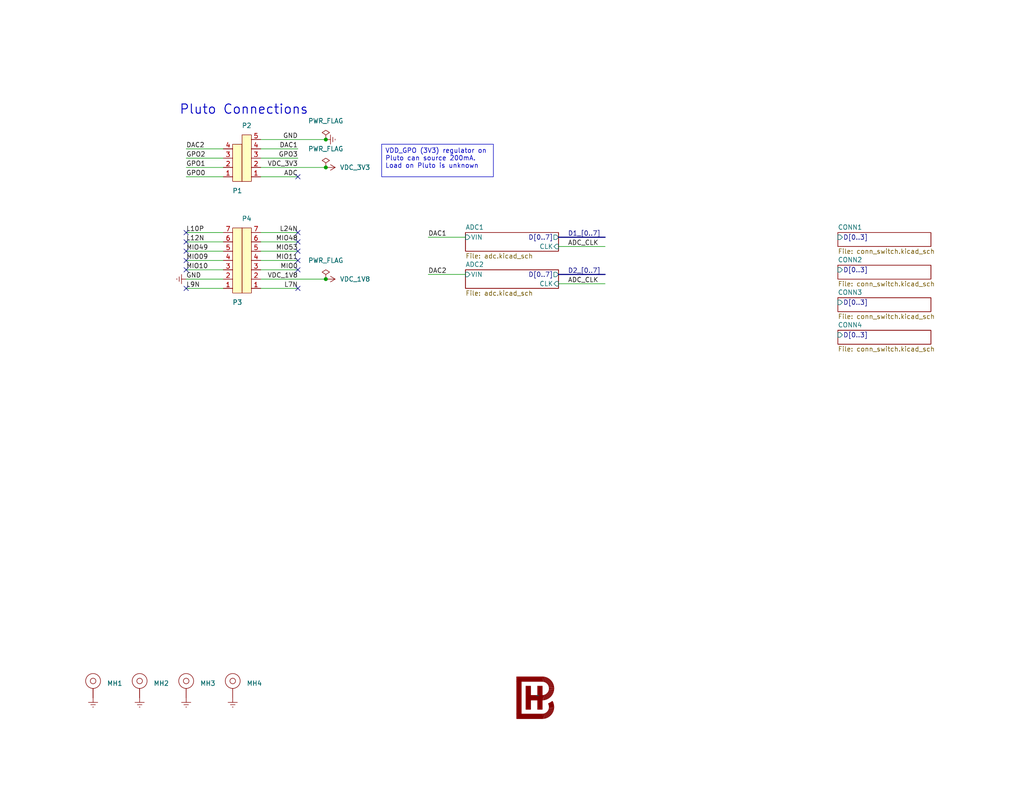
<source format=kicad_sch>
(kicad_sch (version 20231120) (generator "eeschema") (generator_version "8.0")
  (paper "A")
  (title_block (title "${PROJECT_NAME}") (rev "${PCB_REVISION}") (company "BRENDANHAINES.COM"))
  (lib_symbols
    (symbol "bh:GND" (power) (pin_names (offset 0))
      (symbol "GND_0_1"
        (polyline (pts (xy -0.635 -1.905) (xy 0.635 -1.905)))
        (polyline (pts (xy -0.127 -2.54) (xy 0.127 -2.54)))
        (polyline (pts (xy 0 -1.27) (xy 0 0)))
        (polyline (pts (xy 1.27 -1.27) (xy -1.27 -1.27)))
      )
      (symbol "GND_1_1"
        (pin power_in line (at 0 0 90) (length 0) hide (name "GND") (number "1"))
      )
    )
    (symbol "bh:Header_1_4" (pin_names (offset 1.016) hide)
      (property "Reference" "P" (at 0 0 0))
      (property "Value" "Header_1_4" (at 0 0 0))
      (symbol "Header_1_4_0_1"
        (rectangle (start 0 0) (end 2.54 -10.16) (fill (type background)))
      )
      (symbol "Header_1_4_1_1"
        (pin passive line (at -2.54 -1.27 0) (length 2.54) (name "~") (number "1"))
        (pin passive line (at -2.54 -3.81 0) (length 2.54) (name "~") (number "2"))
        (pin passive line (at -2.54 -6.35 0) (length 2.54) (name "~") (number "3"))
        (pin passive line (at -2.54 -8.89 0) (length 2.54) (name "~") (number "4"))
      )
    )
    (symbol "bh:Header_1_5" (pin_names (offset 1.016) hide)
      (property "Reference" "P" (at 0 0 0))
      (property "Value" "Header_1_5" (at 0 0 0))
      (symbol "Header_1_5_0_1"
        (rectangle (start 0 0) (end 2.54 -12.7) (fill (type background)))
      )
      (symbol "Header_1_5_1_1"
        (pin passive line (at -2.54 -1.27 0) (length 2.54) (name "~") (number "1"))
        (pin passive line (at -2.54 -3.81 0) (length 2.54) (name "~") (number "2"))
        (pin passive line (at -2.54 -6.35 0) (length 2.54) (name "~") (number "3"))
        (pin passive line (at -2.54 -8.89 0) (length 2.54) (name "~") (number "4"))
        (pin passive line (at -2.54 -11.43 0) (length 2.54) (name "~") (number "5"))
      )
    )
    (symbol "bh:Header_1_7" (pin_names (offset 1.016) hide)
      (property "Reference" "P" (at 0 0 0))
      (property "Value" "Header_1_7" (at 0 0 0))
      (symbol "Header_1_7_0_1"
        (rectangle (start 0 0) (end 2.54 -17.78) (fill (type background)))
      )
      (symbol "Header_1_7_1_1"
        (pin passive line (at -2.54 -1.27 0) (length 2.54) (name "~") (number "1"))
        (pin passive line (at -2.54 -3.81 0) (length 2.54) (name "~") (number "2"))
        (pin passive line (at -2.54 -6.35 0) (length 2.54) (name "~") (number "3"))
        (pin passive line (at -2.54 -8.89 0) (length 2.54) (name "~") (number "4"))
        (pin passive line (at -2.54 -11.43 0) (length 2.54) (name "~") (number "5"))
        (pin passive line (at -2.54 -13.97 0) (length 2.54) (name "~") (number "6"))
        (pin passive line (at -2.54 -16.51 0) (length 2.54) (name "~") (number "7"))
      )
    )
    (symbol "bh:LOGO_BH" (in_bom no)
      (symbol "LOGO_BH_0_1"
        (rectangle (start -5.08 -4.445) (end 1.905 -5.715) (fill (type outline)))
        (rectangle (start -5.08 4.445) (end -3.81 -4.445) (fill (type outline)))
        (rectangle (start -5.08 5.715) (end 1.905 4.445) (fill (type outline)))
        (rectangle (start -2.54 3.175) (end -1.27 -3.175) (fill (type outline)))
        (rectangle (start -1.27 0.635) (end 0.635 -0.635) (fill (type outline)))
        (polyline (pts (xy 1.905 0.635) (xy 1.905 -0.635)))
        (polyline (pts (xy 3.7084 -1.8542) (xy 3.7084 -1.6002)))
        (polyline (pts (xy 4.6482 -0.9906) (xy 4.572 -1.1684)))
        (polyline (pts (xy 4.7244 -1.1176) (xy 4.4704 -1.1684)))
        (polyline (pts (xy 4.8006 -1.2446) (xy 4.2418 -1.2954)))
        (polyline (pts (xy 4.8514 -1.3716) (xy 4.064 -1.4224)))
        (polyline (pts (xy 4.953 -2.54) (xy 4.9022 -1.778)))
        (polyline (pts (xy 3.81 -2.54) (xy 3.81 -2.3622) (xy 3.7846 -2.2098) (xy 3.7338 -2.032) (xy 3.683 -1.8796) (xy 3.6322 -1.7272) (xy 3.5814 -1.6002) (xy 3.7338 -1.524) (xy 3.8862 -1.4478) (xy 4.1148 -1.3208) (xy 4.2926 -1.2192) (xy 4.4704 -1.0922) (xy 4.6482 -0.9652) (xy 4.7498 -1.143) (xy 4.8514 -1.3462) (xy 4.9276 -1.5748) (xy 4.9784 -1.778) (xy 5.0292 -1.9812) (xy 5.0546 -2.1844) (xy 5.08 -2.54)))
        (rectangle (start 0.635 3.175) (end 1.905 -3.175) (fill (type outline)))
        (arc (start 1.905 -5.715) (mid 4.1501 -4.7851) (end 5.08 -2.54))
        (arc (start 1.905 -5.588) (mid 4.0603 -4.6953) (end 4.953 -2.54))
        (arc (start 1.905 -5.461) (mid 3.9705 -4.6055) (end 4.826 -2.54))
        (arc (start 1.905 -5.334) (mid 3.8807 -4.5157) (end 4.699 -2.54))
        (arc (start 1.905 -5.207) (mid 3.7909 -4.4259) (end 4.572 -2.54))
        (arc (start 1.905 -5.08) (mid 3.7011 -4.3361) (end 4.445 -2.54))
        (arc (start 1.905 -4.953) (mid 3.6112 -4.2462) (end 4.318 -2.54))
        (arc (start 1.905 -4.826) (mid 3.5214 -4.1564) (end 4.191 -2.54))
        (arc (start 1.905 -4.699) (mid 3.4316 -4.0666) (end 4.064 -2.54))
        (arc (start 1.905 -4.572) (mid 3.3418 -3.9768) (end 3.937 -2.54))
        (arc (start 1.905 -4.445) (mid 3.252 -3.887) (end 3.81 -2.54))
        (arc (start 1.905 -0.635) (mid 4.1501 0.2949) (end 5.08 2.54))
        (arc (start 1.905 -0.508) (mid 4.0603 0.3847) (end 4.953 2.54))
        (arc (start 1.905 -0.381) (mid 3.9705 0.4745) (end 4.826 2.54))
        (arc (start 1.905 -0.254) (mid 3.8807 0.5643) (end 4.699 2.54))
        (arc (start 1.905 -0.127) (mid 3.7909 0.6541) (end 4.572 2.54))
        (arc (start 1.905 0) (mid 3.7011 0.7439) (end 4.445 2.54))
        (arc (start 1.905 0.127) (mid 3.6112 0.8338) (end 4.318 2.54))
        (arc (start 1.905 0.254) (mid 3.5214 0.9236) (end 4.191 2.54))
        (arc (start 1.905 0.381) (mid 3.4316 1.0134) (end 4.064 2.54))
        (arc (start 1.905 0.508) (mid 3.3418 1.1032) (end 3.937 2.54))
        (arc (start 1.905 0.635) (mid 3.252 1.193) (end 3.81 2.54))
        (rectangle (start 3.81 -1.524) (end 4.826 -2.54) (fill (type outline)))
        (arc (start 3.81 2.54) (mid 3.252 3.887) (end 1.905 4.445))
        (arc (start 3.937 2.54) (mid 3.3418 3.9768) (end 1.905 4.572))
        (arc (start 4.064 2.54) (mid 3.4316 4.0666) (end 1.905 4.699))
        (arc (start 4.191 2.54) (mid 3.5214 4.1564) (end 1.905 4.826))
        (arc (start 4.318 2.54) (mid 3.6112 4.2462) (end 1.905 4.953))
        (arc (start 4.445 2.54) (mid 3.7011 4.3361) (end 1.905 5.08))
        (arc (start 4.572 2.54) (mid 3.7909 4.4259) (end 1.905 5.207))
        (arc (start 4.699 2.54) (mid 3.8807 4.5157) (end 1.905 5.334))
        (arc (start 4.826 2.54) (mid 3.9705 4.6055) (end 1.905 5.461))
        (arc (start 4.953 2.54) (mid 4.0603 4.6953) (end 1.905 5.588))
        (arc (start 5.08 2.54) (mid 4.1501 4.7851) (end 1.905 5.715))
      )
    )
    (symbol "bh:Mounting_Hole" (pin_numbers hide) (pin_names (offset 0.762) hide)
      (property "Reference" "MH" (at 0 7.62 0))
      (symbol "Mounting_Hole_0_1"
        (circle (center 0 4.572) (radius 0.762))
        (circle (center 0 4.572) (radius 2.032))
      )
      (symbol "Mounting_Hole_1_1"
        (pin passive line (at 0 0 90) (length 2.54) (name "1") (number "1"))
      )
    )
    (symbol "bh:PWR_FLAG" (power) (pin_numbers hide) (pin_names (offset 0) hide)
      (property "Value" "PWR_FLAG" (at 0 3.81 0))
      (symbol "PWR_FLAG_0_0"
        (pin power_out line (at 0 0 90) (length 0) (name "pwr") (number "1"))
      )
      (symbol "PWR_FLAG_0_1"
        (polyline (pts (xy 0 0) (xy 0 1.27) (xy -1.016 1.905) (xy 0 2.54) (xy 1.016 1.905) (xy 0 1.27)))
      )
    )
    (symbol "bh:VDC_1V8" (power) (pin_names (offset 0))
      (property "Value" "VDC_1V8" (at 0 3.556 0))
      (symbol "VDC_1V8_0_1"
        (polyline (pts (xy -0.762 1.27) (xy 0 2.54)))
        (polyline (pts (xy 0 0) (xy 0 2.54)))
        (polyline (pts (xy 0 2.54) (xy 0.762 1.27)))
      )
      (symbol "VDC_1V8_1_1"
        (pin power_in line (at 0 0 90) (length 0) hide (name "VDC_1V8") (number "1"))
      )
    )
    (symbol "bh:VDC_3V3" (power) (pin_names (offset 0))
      (property "Value" "VDC_3V3" (at 0 3.556 0))
      (symbol "VDC_3V3_0_1"
        (polyline (pts (xy -0.762 1.27) (xy 0 2.54)))
        (polyline (pts (xy 0 0) (xy 0 2.54)))
        (polyline (pts (xy 0 2.54) (xy 0.762 1.27)))
      )
      (symbol "VDC_3V3_1_1"
        (pin power_in line (at 0 0 90) (length 0) hide (name "VDC_3V3") (number "1"))
      )
    )
  )
  (junction (at 88.9 45.72))
  (junction (at 88.9 38.1))
  (junction (at 88.9 76.2))
  (no_connect (at 81.28 78.74))
  (no_connect (at 50.8 63.5))
  (no_connect (at 81.28 63.5))
  (no_connect (at 81.28 73.66))
  (no_connect (at 81.28 48.26))
  (no_connect (at 50.8 68.58))
  (no_connect (at 50.8 73.66))
  (no_connect (at 50.8 71.12))
  (no_connect (at 81.28 71.12))
  (no_connect (at 81.28 66.04))
  (no_connect (at 81.28 68.58))
  (no_connect (at 50.8 66.04))
  (no_connect (at 50.8 78.74))
  (wire (pts (xy 116.84 74.93) (xy 127 74.93)))
  (wire (pts (xy 71.12 48.26) (xy 81.28 48.26)))
  (wire (pts (xy 71.12 68.58) (xy 81.28 68.58)))
  (wire (pts (xy 71.12 73.66) (xy 81.28 73.66)))
  (wire (pts (xy 50.8 40.64) (xy 60.96 40.64)))
  (wire (pts (xy 50.8 71.12) (xy 60.96 71.12)))
  (wire (pts (xy 50.8 43.18) (xy 60.96 43.18)))
  (bus (pts (xy 152.4 64.77) (xy 165.1 64.77)))
  (wire (pts (xy 71.12 71.12) (xy 81.28 71.12)))
  (bus (pts (xy 152.4 74.93) (xy 165.1 74.93)))
  (wire (pts (xy 71.12 38.1) (xy 88.9 38.1)))
  (wire (pts (xy 50.8 66.04) (xy 60.96 66.04)))
  (wire (pts (xy 50.8 73.66) (xy 60.96 73.66)))
  (wire (pts (xy 152.4 67.31) (xy 165.1 67.31)))
  (wire (pts (xy 71.12 40.64) (xy 81.28 40.64)))
  (wire (pts (xy 50.8 48.26) (xy 60.96 48.26)))
  (wire (pts (xy 71.12 78.74) (xy 81.28 78.74)))
  (wire (pts (xy 116.84 64.77) (xy 127 64.77)))
  (wire (pts (xy 50.8 63.5) (xy 60.96 63.5)))
  (wire (pts (xy 50.8 45.72) (xy 60.96 45.72)))
  (wire (pts (xy 71.12 66.04) (xy 81.28 66.04)))
  (wire (pts (xy 71.12 76.2) (xy 88.9 76.2)))
  (wire (pts (xy 152.4 77.47) (xy 165.1 77.47)))
  (wire (pts (xy 71.12 45.72) (xy 88.9 45.72)))
  (wire (pts (xy 71.12 43.18) (xy 81.28 43.18)))
  (wire (pts (xy 71.12 63.5) (xy 81.28 63.5)))
  (wire (pts (xy 50.8 78.74) (xy 60.96 78.74)))
  (wire (pts (xy 50.8 76.2) (xy 60.96 76.2)))
  (wire (pts (xy 50.8 68.58) (xy 60.96 68.58)))
  (text_box "VDD_GPO (3V3) regulator on Pluto can source 200mA. Load on Pluto is unknown" (at 104.14 39.37 0) (size 30.48 8.89) (effects (font (size 1.27 1.27) (thickness 0.1588)) (justify left top)))
  (text "Pluto Connections" (at 66.548 31.496 0) (effects (font (size 2.54 2.54) (thickness 0.254) (bold yes)) (justify bottom)))
  (label "MIO0" (at 81.28 73.66 180))
  (label "MIO48" (at 81.28 66.04 180))
  (label "VDC_3V3" (at 81.28 45.72 180))
  (label "GND" (at 81.28 38.1 180))
  (label "DAC2" (at 116.84 74.93 0))
  (label "DAC2" (at 50.8 40.64 0))
  (label "GPO1" (at 50.8 45.72 0))
  (label "GPO0" (at 50.8 48.26 0))
  (label "MIO09" (at 50.8 71.12 0))
  (label "L7N" (at 81.28 78.74 180))
  (label "ADC_CLK" (at 154.94 67.31 0))
  (label "VDC_1V8" (at 81.28 76.2 180))
  (label "L12N" (at 50.8 66.04 0))
  (label "L9N" (at 50.8 78.74 0))
  (label "D1_[0..7]" (at 154.94 64.77 0))
  (label "D2_[0..7]" (at 154.94 74.93 0))
  (label "MIO11" (at 81.28 71.12 180))
  (label "MIO49" (at 50.8 68.58 0))
  (label "ADC_CLK" (at 154.94 77.47 0))
  (label "L24N" (at 81.28 63.5 180))
  (label "GPO3" (at 81.28 43.18 180))
  (label "ADC" (at 81.28 48.26 180))
  (label "DAC1" (at 81.28 40.64 180))
  (label "GPO2" (at 50.8 43.18 0))
  (label "DAC1" (at 116.84 64.77 0))
  (label "MIO10" (at 50.8 73.66 0))
  (label "GND" (at 50.8 76.2 0))
  (label "L10P" (at 50.8 63.5 0))
  (label "MIO53" (at 81.28 68.58 180))
  (symbol (lib_id "bh:PWR_FLAG") (at 88.9 38.1 0) (unit 1)
    (property "Reference" "#FLG01" (effects (hide yes)))
    (property "Value" "PWR_FLAG" (at 88.9 33.02 0))
    (property "Description" "Special symbol for telling ERC where power comes from" (effects (hide yes)))
  )
  (symbol (lib_id "bh:GND") (at 50.8 76.2 270) (unit 1)
    (property "Reference" "#PWR08" (effects (hide yes)))
    (property "Value" "GND" (effects (hide yes)))
  )
  (symbol (lib_id "bh:VDC_3V3") (at 88.9 45.72 270) (unit 1)
    (property "Reference" "#PWR05" (effects (hide yes)))
    (property "Value" "VDC_3V3" (at 92.71 45.7199 90) (effects (justify left)))
    (property "Description" "Power Symbol" (effects (hide yes)))
  )
  (symbol (lib_id "bh:LOGO_BH") (at 146.05 190.5 0) (unit 1) (in_bom no)
    (property "Reference" "LOGO1" (effects (hide yes)))
    (property "Value" "~" (at 146.685 189.865 0))
    (property "Footprint" "common:LOGO_BH" (effects (hide yes)))
  )
  (symbol (lib_id "bh:Header_1_7") (at 63.5 80.01 0) (mirror x) (unit 1)
    (property "Reference" "P3" (at 64.77 82.55 0))
    (property "Value" "Header_1_7" (effects (hide yes)))
    (property "Footprint" "common:PinHeader_1x07_P2.54mm_Vertical" (effects (hide yes)))
    (property "Description" "Header, 1x7" (effects (hide yes)))
    (property "mfr" "Samtec, Inc." (effects (hide yes)))
    (property "mpn" "TSW-107-05-G-S" (effects (hide yes)))
    (property "Supplier" "Samtec, Inc" (effects (hide yes)))
    (property "SupplierPartNumber" "TSW-107-05-G-S" (effects (hide yes)))
  )
  (symbol (lib_id "bh:Mounting_Hole") (at 63.5 190.5 0) (unit 1)
    (property "Reference" "MH4" (at 67.31 186.563 0) (effects (justify left)))
    (property "Value" "Mounting_Hole" (effects (hide yes)))
    (property "Footprint" "common:MH120X230_#4" (effects (hide yes)))
  )
  (symbol (lib_id "bh:Header_1_7") (at 68.58 80.01 180) (unit 1)
    (property "Reference" "P4" (at 67.31 59.69 0))
    (property "Value" "Header_1_7" (effects (hide yes)))
    (property "Footprint" "common:PinHeader_1x07_P2.54mm_Vertical" (effects (hide yes)))
    (property "Description" "Header, 1x7" (effects (hide yes)))
    (property "mfr" "Samtec, Inc." (effects (hide yes)))
    (property "mpn" "TSW-107-05-G-S" (effects (hide yes)))
    (property "Supplier" "Samtec, Inc" (effects (hide yes)))
    (property "SupplierPartNumber" "TSW-107-05-G-S" (effects (hide yes)))
  )
  (symbol (lib_id "bh:GND") (at 38.1 190.5 0) (unit 1)
    (property "Reference" "#PWR02" (effects (hide yes)))
    (property "Value" "GND" (effects (hide yes)))
  )
  (symbol (lib_id "bh:PWR_FLAG") (at 88.9 45.72 0) (unit 1)
    (property "Reference" "#FLG02" (effects (hide yes)))
    (property "Value" "PWR_FLAG" (at 88.9 40.64 0))
    (property "Description" "Special symbol for telling ERC where power comes from" (effects (hide yes)))
  )
  (symbol (lib_id "bh:Header_1_4") (at 63.5 49.53 0) (mirror x) (unit 1)
    (property "Reference" "P1" (at 64.77 52.07 0))
    (property "Value" "Header_1_4" (effects (hide yes)))
    (property "Footprint" "common:PinHeader_1x04_P2.54mm_Vertical" (effects (hide yes)))
    (property "Description" "Header, 1x4" (effects (hide yes)))
    (property "mfr" "Samtec, Inc." (effects (hide yes)))
    (property "mpn" "TSW-104-05-G-S" (effects (hide yes)))
    (property "Supplier" "Samtec, Inc" (effects (hide yes)))
    (property "SupplierPartNumber" "TSW-104-05-G-S" (effects (hide yes)))
  )
  (symbol (lib_id "bh:VDC_1V8") (at 88.9 76.2 270) (unit 1)
    (property "Reference" "#PWR06" (effects (hide yes)))
    (property "Value" "VDC_1V8" (at 92.71 76.1999 90) (effects (justify left)))
    (property "Description" "Power Symbol" (effects (hide yes)))
  )
  (symbol (lib_id "bh:GND") (at 25.4 190.5 0) (unit 1)
    (property "Reference" "#PWR01" (effects (hide yes)))
    (property "Value" "GND" (effects (hide yes)))
  )
  (symbol (lib_id "bh:Mounting_Hole") (at 50.8 190.5 0) (unit 1)
    (property "Reference" "MH3" (at 54.61 186.563 0) (effects (justify left)))
    (property "Value" "Mounting_Hole" (effects (hide yes)))
    (property "Footprint" "common:MH120X230_#4" (effects (hide yes)))
  )
  (symbol (lib_id "bh:Header_1_5") (at 68.58 49.53 180) (unit 1)
    (property "Reference" "P2" (at 67.31 34.29 0))
    (property "Value" "Header_1_5" (effects (hide yes)))
    (property "Footprint" "common:PinHeader_1x05_P2.54mm_Vertical" (effects (hide yes)))
    (property "Description" "Header, 1x5" (effects (hide yes)))
    (property "mfr" "Samtec, Inc." (effects (hide yes)))
    (property "mpn" "TSW-105-05-G-S" (effects (hide yes)))
    (property "Supplier" "Samtec, Inc" (effects (hide yes)))
    (property "SupplierPartNumber" "TSW-105-05-G-S" (effects (hide yes)))
  )
  (symbol (lib_id "bh:GND") (at 88.9 38.1 90) (unit 1)
    (property "Reference" "#PWR07" (effects (hide yes)))
    (property "Value" "GND" (effects (hide yes)))
  )
  (symbol (lib_id "bh:Mounting_Hole") (at 25.4 190.5 0) (unit 1)
    (property "Reference" "MH1" (at 29.21 186.563 0) (effects (justify left)))
    (property "Value" "Mounting_Hole" (effects (hide yes)))
    (property "Footprint" "common:MH120X230_#4" (effects (hide yes)))
  )
  (symbol (lib_id "bh:PWR_FLAG") (at 88.9 76.2 0) (unit 1)
    (property "Reference" "#FLG03" (effects (hide yes)))
    (property "Value" "PWR_FLAG" (at 88.9 71.12 0))
    (property "Description" "Special symbol for telling ERC where power comes from" (effects (hide yes)))
  )
  (symbol (lib_id "bh:GND") (at 63.5 190.5 0) (unit 1)
    (property "Reference" "#PWR04" (effects (hide yes)))
    (property "Value" "GND" (effects (hide yes)))
  )
  (symbol (lib_id "bh:GND") (at 50.8 190.5 0) (unit 1)
    (property "Reference" "#PWR03" (effects (hide yes)))
    (property "Value" "GND" (effects (hide yes)))
  )
  (symbol (lib_id "bh:Mounting_Hole") (at 38.1 190.5 0) (unit 1)
    (property "Reference" "MH2" (at 41.91 186.563 0) (effects (justify left)))
    (property "Value" "Mounting_Hole" (effects (hide yes)))
    (property "Footprint" "common:MH120X230_#4" (effects (hide yes)))
  )
  (sheet (at 127 73.66) (size 25.4 5.08) (stroke (width 0.1524))
    (property "Sheetname" "ADC2" (at 127 72.9484 0) (effects (justify left bottom)))
    (property "Sheetfile" "adc.kicad_sch" (at 127 79.3246 0) (effects (justify left top)))
    (pin "VIN" input (at 127 74.93 180))
    (pin "D[0..7]" output (at 152.4 74.93 0))
    (pin "CLK" input (at 152.4 77.47 0))
  )
  (sheet (at 228.6 90.17) (size 25.4 3.81) (stroke (width 0.1524))
    (property "Sheetname" "CONN4" (at 228.6 89.4584 0) (effects (justify left bottom)))
    (property "Sheetfile" "conn_switch.kicad_sch" (at 228.6 94.5646 0) (effects (justify left top)))
    (pin "D[0..3]" input (at 228.6 91.44 180))
  )
  (sheet (at 127 63.5) (size 25.4 5.08) (stroke (width 0.1524))
    (property "Sheetname" "ADC1" (at 127 62.7884 0) (effects (justify left bottom)))
    (property "Sheetfile" "adc.kicad_sch" (at 127 69.1646 0) (effects (justify left top)))
    (pin "VIN" input (at 127 64.77 180))
    (pin "D[0..7]" output (at 152.4 64.77 0))
    (pin "CLK" input (at 152.4 67.31 0))
  )
  (sheet (at 228.6 72.39) (size 25.4 3.81) (stroke (width 0.1524))
    (property "Sheetname" "CONN2" (at 228.6 71.6784 0) (effects (justify left bottom)))
    (property "Sheetfile" "conn_switch.kicad_sch" (at 228.6 76.7846 0) (effects (justify left top)))
    (pin "D[0..3]" input (at 228.6 73.66 180))
  )
  (sheet (at 228.6 81.28) (size 25.4 3.81) (stroke (width 0.1524))
    (property "Sheetname" "CONN3" (at 228.6 80.5684 0) (effects (justify left bottom)))
    (property "Sheetfile" "conn_switch.kicad_sch" (at 228.6 85.6746 0) (effects (justify left top)))
    (pin "D[0..3]" input (at 228.6 82.55 180))
  )
  (sheet (at 228.6 63.5) (size 25.4 3.81) (stroke (width 0.1524))
    (property "Sheetname" "CONN1" (at 228.6 62.7884 0) (effects (justify left bottom)))
    (property "Sheetfile" "conn_switch.kicad_sch" (at 228.6 67.8946 0) (effects (justify left top)))
    (pin "D[0..3]" input (at 228.6 64.77 180))
  )
)
</source>
